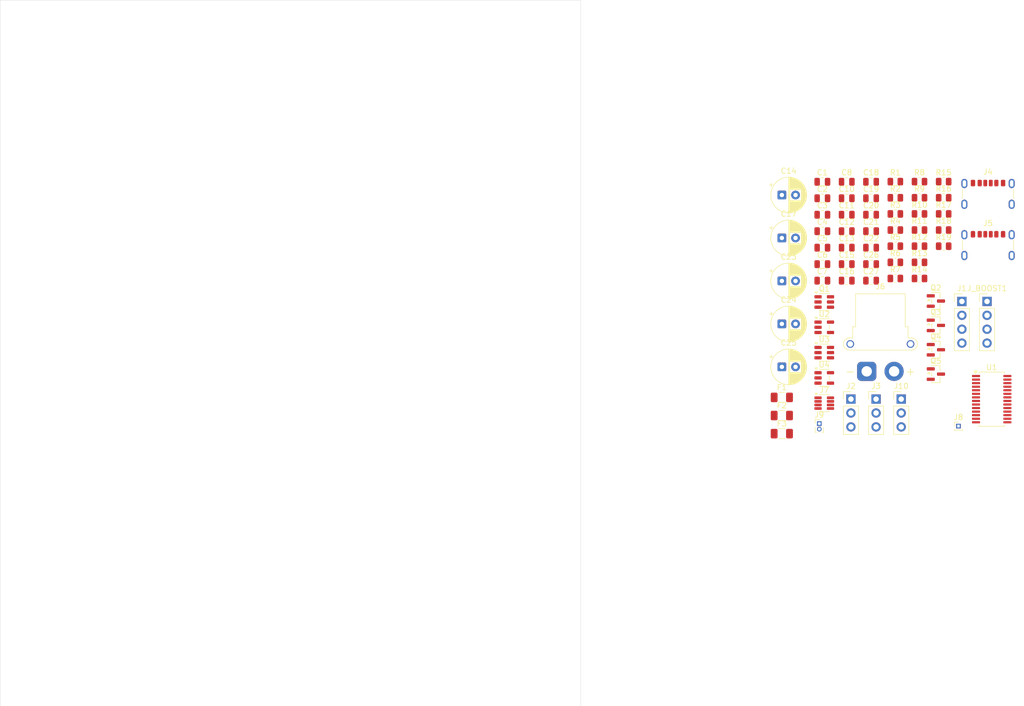
<source format=kicad_pcb>
(kicad_pcb (version 20241229) (generator "pcbnew") (generator_version "9.0")
  (layers (0 "F.Cu" signal) (2 "B.Cu" signal) (13 "F.Paste" user) (15 "B.Paste" user) (5 "F.SilkS" user "F.Silkscreen") (7 "B.SilkS" user "B.Silkscreen") (1 "F.Mask" user) (3 "B.Mask" user) (25 "Edge.Cuts" user))
  (net 0 "")
  (net 1 "Net-(U1-~{OE})")
  (net 2 "GND")
  (net 3 "/3V3")
  (net 4 "I2C_SCL")
  (net 5 "I2C_SDA")
  (net 6 "Net-(U2-PROG)")
  (net 7 "/5V_SRC")
  (net 8 "Net-(Q5-D)")
  (net 9 "/SYS_EN")
  (net 10 "/PWR_KILL")
  (net 11 "/PWR_INT")
  (net 12 "/5V_USB")
  (net 13 "/5V_BAT")
  (net 14 "Net-(Q4-G)")
  (net 15 "Net-(U3-CS)")
  (net 16 "Net-(Q1A-D)")
  (net 17 "/CELL+")
  (net 18 "Net-(U3-VCC)")
  (net 19 "Net-(J5-CC2)")
  (net 20 "Net-(J5-CC1)")
  (net 21 "Net-(J4-CC2)")
  (net 22 "Net-(J4-CC1)")
  (net 23 "Net-(J2-Pin_1)")
  (net 24 "Net-(U1-LED14)")
  (net 25 "Net-(U1-LED15)")
  (net 26 "Net-(J3-Pin_1)")
  (net 27 "Net-(J7-PDT)")
  (net 28 "Net-(J7-ONT)")
  (net 29 "Net-(J7-PB)")
  (net 30 "Net-(Q1B-G)")
  (net 31 "Net-(Q1A-G)")
  (net 32 "/CELL-")
  (net 34 "/CHG_VBUS")
  (net 37 "/5V_MAIN")
  (net 53 "/PWR_VBUS_RAW")
  (net 54 "/CHG_VBUS_RAW")
  (net 55 "/5V_PI")
  (footprint "Connector_USB:USB_C_Receptacle_GCT_USB4125-xx-x-0190_6P_TopMnt_Horizontal" (layer "F.Cu") (at 271.875736 77.358566)
    (property "Reference" "J5" (at 0 -5.1 0) (layer "F.SilkS"))
    (property "Value" "USB_C_CHG")
    (pad "A5" smd roundrect (at -0.5 -3.08) (size 0.7 1.2) (layers "F.Cu" "F.Mask" "F.Paste") (net 20 "Net-(J5-CC1)"))
    (pad "A9" smd roundrect (at 1.52 -3.08 180) (size 0.76 1.2) (layers "F.Cu" "F.Mask" "F.Paste") (net 54 "/CHG_VBUS_RAW"))
    (pad "A12" smd roundrect (at 2.75 -3.08 180) (size 0.8 1.2) (layers "F.Cu" "F.Mask" "F.Paste") (net 2 "GND"))
    (pad "B5" smd roundrect (at 0.5 -3.08 180) (size 0.7 1.2) (layers "F.Cu" "F.Mask" "F.Paste") (net 19 "Net-(J5-CC2)"))
    (pad "B9" smd roundrect (at -1.52 -3.08) (size 0.76 1.2) (layers "F.Cu" "F.Mask" "F.Paste") (net 54 "/CHG_VBUS_RAW"))
    (pad "B12" smd roundrect (at -2.75 -3.08) (size 0.8 1.2) (layers "F.Cu" "F.Mask" "F.Paste") (net 2 "GND"))
    (pad "S1" thru_hole oval (at -4.32 -3) (size 1.1 1.7) (drill oval 0.6 1.2) (property pad_prop_heatsink) (layers "*.Cu" "*.Mask" "F.Paste") (net 2 "GND"))
    (pad "S1" thru_hole oval (at -4.32 0.8) (size 1.1 1.7) (drill oval 0.6 1.2) (property pad_prop_heatsink) (layers "*.Cu" "*.Mask" "F.Paste") (net 2 "GND"))
    (pad "S1" thru_hole oval (at 4.32 -3) (size 1.1 1.7) (drill oval 0.6 1.2) (property pad_prop_heatsink) (layers "*.Cu" "*.Mask" "F.Paste") (net 2 "GND"))
    (pad "S1" thru_hole oval (at 4.32 0.8) (size 1.1 1.7) (drill oval 0.6 1.2) (property pad_prop_heatsink) (layers "*.Cu" "*.Mask" "F.Paste") (net 2 "GND"))
  )
  (footprint "Connector_PinHeader_2.54mm:PinHeader_1x03_P2.54mm_Vertical" (layer "F.Cu") (at 256.025736 104.398566)
    (property "Reference" "J10" (at 0 -2.38 0) (layer "F.SilkS"))
    (property "Value" "PI_PWR_CTRL")
    (pad "1" thru_hole rect (at 0 0) (size 1.7 1.7) (drill 1) (layers "*.Cu" "*.Mask") (net 11 "/PWR_INT"))
    (pad "2" thru_hole circle (at 0 2.54) (size 1.7 1.7) (drill 1) (layers "*.Cu" "*.Mask") (net 10 "/PWR_KILL"))
    (pad "3" thru_hole circle (at 0 5.08) (size 1.7 1.7) (drill 1) (layers "*.Cu" "*.Mask") (net 2 "GND"))
  )
  (footprint "Resistor_SMD:R_0805_2012Metric" (layer "F.Cu") (at 254.955736 64.658566)
    (property "Reference" "R1" (at 0 -1.65 0) (layer "F.SilkS"))
    (property "Value" "4.7k")
    (pad "1" smd roundrect (at -0.9125 0) (size 1.025 1.4) (layers "F.Cu" "F.Mask" "F.Paste") (roundrect_rratio 0.243902) (net 3 "/3V3"))
    (pad "2" smd roundrect (at 0.9125 0) (size 1.025 1.4) (layers "F.Cu" "F.Mask" "F.Paste") (roundrect_rratio 0.243902) (net 4 "I2C_SCL"))
  )
  (footprint "Fuse:Fuse_1206_3216Metric" (layer "F.Cu") (at 234.225736 110.708566)
    (property "Reference" "F3" (at 0 -1.83 0) (layer "F.SilkS"))
    (property "Value" "F_PWR")
    (pad "1" smd roundrect (at -1.4 0) (size 1.25 1.75) (layers "F.Cu" "F.Mask" "F.Paste") (roundrect_rratio 0.2) (net 37 "/5V_MAIN"))
    (pad "2" smd roundrect (at 1.4 0) (size 1.25 1.75) (layers "F.Cu" "F.Mask" "F.Paste") (roundrect_rratio 0.2) (net 55 "/5V_PI"))
  )
  (footprint "Resistor_SMD:R_0805_2012Metric" (layer "F.Cu") (at 254.955736 76.458566)
    (property "Reference" "R5" (at 0 -1.65 0) (layer "F.SilkS"))
    (property "Value" "220")
    (pad "1" smd roundrect (at -0.9125 0) (size 1.025 1.4) (layers "F.Cu" "F.Mask" "F.Paste") (roundrect_rratio 0.243902) (net 24 "Net-(U1-LED14)"))
    (pad "2" smd roundrect (at 0.9125 0) (size 1.025 1.4) (layers "F.Cu" "F.Mask" "F.Paste") (roundrect_rratio 0.243902) (net 23 "Net-(J2-Pin_1)"))
  )
  (footprint "Capacitor_SMD:C_0805_2012Metric" (layer "F.Cu") (at 246.075736 70.708566)
    (property "Reference" "C11" (at 0 -1.68 0) (layer "F.SilkS"))
    (property "Value" "22 uF")
    (pad "1" smd roundrect (at -0.95 0) (size 1 1.45) (layers "F.Cu" "F.Mask" "F.Paste") (net 2 "GND"))
    (pad "2" smd roundrect (at 0.95 0) (size 1 1.45) (layers "F.Cu" "F.Mask" "F.Paste") (net 17 "/CELL+"))
  )
  (footprint "Capacitor_SMD:C_0805_2012Metric" (layer "F.Cu") (at 241.625736 76.728566)
    (property "Reference" "C5" (at 0 -1.68 0) (layer "F.SilkS"))
    (property "Value" "22 uF")
    (pad "1" smd roundrect (at -0.95 0) (size 1 1.45) (layers "F.Cu" "F.Mask" "F.Paste") (net 34 "/CHG_VBUS"))
    (pad "2" smd roundrect (at 0.95 0) (size 1 1.45) (layers "F.Cu" "F.Mask" "F.Paste") (net 2 "GND"))
  )
  (footprint "Resistor_SMD:R_0805_2012Metric" (layer "F.Cu") (at 259.365736 82.358566)
    (property "Reference" "R14" (at 0 -1.65 0) (layer "F.SilkS"))
    (property "Value" "100k")
    (pad "1" smd roundrect (at -0.9125 0) (size 1.025 1.4) (layers "F.Cu" "F.Mask" "F.Paste") (roundrect_rratio 0.243902) (net 7 "/5V_SRC"))
    (pad "2" smd roundrect (at 0.9125 0) (size 1.025 1.4) (layers "F.Cu" "F.Mask" "F.Paste") (roundrect_rratio 0.243902) (net 12 "/5V_USB"))
  )
  (footprint "Connector_PinHeader_2.54mm:PinHeader_1x04_P2.54mm_Vertical" (layer "F.Cu") (at 271.695736 86.548566)
    (property "Reference" "J_BOOST1" (at 0 -2.38 0) (layer "F.SilkS"))
    (property "Value" "U3V70F5_MODULE")
    (pad "1" thru_hole rect (at 0 0) (size 1.7 1.7) (drill 1) (layers "*.Cu" "*.Mask") (net 17 "/CELL+"))
    (pad "2" thru_hole circle (at 0 2.54) (size 1.7 1.7) (drill 1) (layers "*.Cu" "*.Mask") (net 2 "GND"))
    (pad "3" thru_hole circle (at 0 5.08) (size 1.7 1.7) (drill 1) (layers "*.Cu" "*.Mask") (net 13 "/5V_BAT"))
    (pad "4" thru_hole circle (at 0 7.62) (size 1.7 1.7) (drill 1) (layers "*.Cu" "*.Mask") (net 9 "/SYS_EN"))
  )
  (footprint "Package_TO_SOT_SMD:SOT-23-6" (layer "F.Cu") (at 241.975736 95.903566)
    (property "Reference" "U3" (at 0 -2.4 0) (layer "F.SilkS"))
    (property "Value" "DW01A")
    (pad "1" smd roundrect (at -1.1375 -0.95) (size 1.325 0.6) (layers "F.Cu" "F.Mask" "F.Paste") (net 31 "Net-(Q1A-G)"))
    (pad "2" smd roundrect (at -1.1375 0) (size 1.325 0.6) (layers "F.Cu" "F.Mask" "F.Paste") (net 15 "Net-(U3-CS)"))
    (pad "3" smd roundrect (at -1.1375 0.95) (size 1.325 0.6) (layers "F.Cu" "F.Mask" "F.Paste") (net 30 "Net-(Q1B-G)"))
    (pad "4" smd roundrect (at 1.1375 0.95) (size 1.325 0.6) (layers "F.Cu" "F.Mask" "F.Paste"))
    (pad "5" smd roundrect (at 1.1375 0) (size 1.325 0.6) (layers "F.Cu" "F.Mask" "F.Paste") (net 18 "Net-(U3-VCC)"))
    (pad "6" smd roundrect (at 1.1375 -0.95) (size 1.325 0.6) (layers "F.Cu" "F.Mask" "F.Paste") (net 32 "/CELL-"))
  )
  (footprint "Package_TO_SOT_SMD:SOT-23-5" (layer "F.Cu") (at 241.975736 100.528566)
    (property "Reference" "U4" (at 0 -2.4 0) (layer "F.SilkS"))
    (property "Value" "AP2112K-3.3")
    (pad "1" smd roundrect (at -1.1375 -0.95) (size 1.325 0.6) (layers "F.Cu" "F.Mask" "F.Paste") (net 37 "/5V_MAIN"))
    (pad "2" smd roundrect (at -1.1375 0) (size 1.325 0.6) (layers "F.Cu" "F.Mask" "F.Paste") (net 2 "GND"))
    (pad "3" smd roundrect (at -1.1375 0.95) (size 1.325 0.6) (layers "F.Cu" "F.Mask" "F.Paste") (net 37 "/5V_MAIN"))
    (pad "4" smd roundrect (at 1.1375 0.95) (size 1.325 0.6) (layers "F.Cu" "F.Mask" "F.Paste"))
    (pad "5" smd roundrect (at 1.1375 -0.95) (size 1.325 0.6) (layers "F.Cu" "F.Mask" "F.Paste") (net 3 "/3V3"))
  )
  (footprint "Capacitor_THT:CP_Radial_D6.3mm_P2.50mm" (layer "F.Cu") (at 234.230977 74.958566)
    (property "Reference" "C17" (at 1.25 -4.4 0) (layer "F.SilkS"))
    (property "Value" "470 uF")
    (pad "1" thru_hole roundrect (at 0 0) (size 1.6 1.6) (drill 0.8) (layers "*.Cu" "*.Mask") (roundrect_rratio 0.15625) (net 7 "/5V_SRC"))
    (pad "2" thru_hole circle (at 2.5 0) (size 1.6 1.6) (drill 0.8) (layers "*.Cu" "*.Mask") (net 2 "GND"))
  )
  (footprint "Resistor_SMD:R_0805_2012Metric" (layer "F.Cu") (at 254.955736 82.358566)
    (property "Reference" "R7" (at 0 -1.65 0) (layer "F.SilkS"))
    (property "Value" "5.1k")
    (pad "1" smd roundrect (at -0.9125 0) (size 1.025 1.4) (layers "F.Cu" "F.Mask" "F.Paste") (roundrect_rratio 0.243902) (net 21 "Net-(J4-CC2)"))
    (pad "2" smd roundrect (at 0.9125 0) (size 1.025 1.4) (layers "F.Cu" "F.Mask" "F.Paste") (roundrect_rratio 0.243902) (net 2 "GND"))
  )
  (footprint "Capacitor_SMD:C_0805_2012Metric" (layer "F.Cu") (at 250.525736 82.748566)
    (property "Reference" "C27" (at 0 -1.68 0) (layer "F.SilkS"))
    (property "Value" "10 uF")
    (pad "1" smd roundrect (at -0.95 0) (size 1 1.45) (layers "F.Cu" "F.Mask" "F.Paste") (net 3 "/3V3"))
    (pad "2" smd roundrect (at 0.95 0) (size 1 1.45) (layers "F.Cu" "F.Mask" "F.Paste") (net 2 "GND"))
  )
  (footprint "Capacitor_SMD:C_0805_2012Metric" (layer "F.Cu") (at 250.525736 73.718566)
    (property "Reference" "C21" (at 0 -1.68 0) (layer "F.SilkS"))
    (property "Value" "0.1 uF")
    (pad "1" smd roundrect (at -0.95 0) (size 1 1.45) (layers "F.Cu" "F.Mask" "F.Paste") (net 37 "/5V_MAIN"))
    (pad "2" smd roundrect (at 0.95 0) (size 1 1.45) (layers "F.Cu" "F.Mask" "F.Paste") (net 2 "GND"))
  )
  (footprint "Capacitor_SMD:C_0805_2012Metric" (layer "F.Cu") (at 241.625736 64.688566)
    (property "Reference" "C1" (at 0 -1.68 0) (layer "F.SilkS"))
    (property "Value" "0.1 uF")
    (pad "1" smd roundrect (at -0.95 0) (size 1 1.45) (layers "F.Cu" "F.Mask" "F.Paste") (net 2 "GND"))
    (pad "2" smd roundrect (at 0.95 0) (size 1 1.45) (layers "F.Cu" "F.Mask" "F.Paste") (net 3 "/3V3"))
  )
  (footprint "Resistor_SMD:R_0805_2012Metric" (layer "F.Cu") (at 254.955736 67.608566)
    (property "Reference" "R2" (at 0 -1.65 0) (layer "F.SilkS"))
    (property "Value" "4.7k")
    (pad "1" smd roundrect (at -0.9125 0) (size 1.025 1.4) (layers "F.Cu" "F.Mask" "F.Paste") (roundrect_rratio 0.243902) (net 3 "/3V3"))
    (pad "2" smd roundrect (at 0.9125 0) (size 1.025 1.4) (layers "F.Cu" "F.Mask" "F.Paste") (roundrect_rratio 0.243902) (net 5 "I2C_SDA"))
  )
  (footprint "Package_SO:TSSOP-28_4.4x9.7mm_P0.65mm" (layer "F.Cu") (at 272.548236 104.408566)
    (property "Reference" "U1" (at 0 -5.8 0) (layer "F.SilkS"))
    (property "Value" "PCA9685PW")
    (pad "1" smd roundrect (at -2.8625 -4.225) (size 1.475 0.4) (layers "F.Cu" "F.Mask" "F.Paste") (net 2 "GND"))
    (pad "2" smd roundrect (at -2.8625 -3.575) (size 1.475 0.4) (layers "F.Cu" "F.Mask" "F.Paste") (net 2 "GND"))
    (pad "3" smd roundrect (at -2.8625 -2.925) (size 1.475 0.4) (layers "F.Cu" "F.Mask" "F.Paste") (net 2 "GND"))
    (pad "4" smd roundrect (at -2.8625 -2.275) (size 1.475 0.4) (layers "F.Cu" "F.Mask" "F.Paste") (net 2 "GND"))
    (pad "5" smd roundrect (at -2.8625 -1.625) (size 1.475 0.4) (layers "F.Cu" "F.Mask" "F.Paste") (net 2 "GND"))
    (pad "6" smd roundrect (at -2.8625 -0.975) (size 1.475 0.4) (layers "F.Cu" "F.Mask" "F.Paste"))
    (pad "7" smd roundrect (at -2.8625 -0.325) (size 1.475 0.4) (layers "F.Cu" "F.Mask" "F.Paste"))
    (pad "8" smd roundrect (at -2.8625 0.325) (size 1.475 0.4) (layers "F.Cu" "F.Mask" "F.Paste"))
    (pad "9" smd roundrect (at -2.8625 0.975) (size 1.475 0.4) (layers "F.Cu" "F.Mask" "F.Paste"))
    (pad "10" smd roundrect (at -2.8625 1.625) (size 1.475 0.4) (layers "F.Cu" "F.Mask" "F.Paste"))
    (pad "11" smd roundrect (at -2.8625 2.275) (size 1.475 0.4) (layers "F.Cu" "F.Mask" "F.Paste"))
    (pad "12" smd roundrect (at -2.8625 2.925) (size 1.475 0.4) (layers "F.Cu" "F.Mask" "F.Paste"))
    (pad "13" smd roundrect (at -2.8625 3.575) (size 1.475 0.4) (layers "F.Cu" "F.Mask" "F.Paste"))
    (pad "14" smd roundrect (at -2.8625 4.225) (size 1.475 0.4) (layers "F.Cu" "F.Mask" "F.Paste") (net 2 "GND"))
    (pad "15" smd roundrect (at 2.8625 4.225) (size 1.475 0.4) (layers "F.Cu" "F.Mask" "F.Paste"))
    (pad "16" smd roundrect (at 2.8625 3.575) (size 1.475 0.4) (layers "F.Cu" "F.Mask" "F.Paste"))
    (pad "17" smd roundrect (at 2.8625 2.925) (size 1.475 0.4) (layers "F.Cu" "F.Mask" "F.Paste"))
    (pad "18" smd roundrect (at 2.8625 2.275) (size 1.475 0.4) (layers "F.Cu" "F.Mask" "F.Paste"))
    (pad "19" smd roundrect (at 2.8625 1.625) (size 1.475 0.4) (layers "F.Cu" "F.Mask" "F.Paste"))
    (pad "20" smd roundrect (at 2.8625 0.975) (size 1.475 0.4) (layers "F.Cu" "F.Mask" "F.Paste"))
    (pad "21" smd roundrect (at 2.8625 0.325) (size 1.475 0.4) (layers "F.Cu" "F.Mask" "F.Paste") (net 24 "Net-(U1-LED14)"))
    (pad "22" smd roundrect (at 2.8625 -0.325) (size 1.475 0.4) (layers "F.Cu" "F.Mask" "F.Paste") (net 25 "Net-(U1-LED15)"))
    (pad "23" smd roundrect (at 2.8625 -0.975) (size 1.475 0.4) (layers "F.Cu" "F.Mask" "F.Paste") (net 1 "Net-(U1-~{OE})"))
    (pad "24" smd roundrect (at 2.8625 -1.625) (size 1.475 0.4) (layers "F.Cu" "F.Mask" "F.Paste") (net 2 "GND"))
    (pad "25" smd roundrect (at 2.8625 -2.275) (size 1.475 0.4) (layers "F.Cu" "F.Mask" "F.Paste"))
    (pad "26" smd roundrect (at 2.8625 -2.925) (size 1.475 0.4) (layers "F.Cu" "F.Mask" "F.Paste") (net 4 "I2C_SCL"))
    (pad "27" smd roundrect (at 2.8625 -3.575) (size 1.475 0.4) (layers "F.Cu" "F.Mask" "F.Paste") (net 5 "I2C_SDA"))
    (pad "28" smd roundrect (at 2.8625 -4.225) (size 1.475 0.4) (layers "F.Cu" "F.Mask" "F.Paste") (net 3 "/3V3"))
  )
  (footprint "Resistor_SMD:R_0805_2012Metric" (layer "F.Cu") (at 263.775736 64.658566)
    (property "Reference" "R15" (at 0 -1.65 0) (layer "F.SilkS"))
    (property "Value" "10k")
    (pad "1" smd roundrect (at -0.9125 0) (size 1.025 1.4) (layers "F.Cu" "F.Mask" "F.Paste") (roundrect_rratio 0.243902) (net 11 "/PWR_INT"))
    (pad "2" smd roundrect (at 0.9125 0) (size 1.025 1.4) (layers "F.Cu" "F.Mask" "F.Paste") (roundrect_rratio 0.243902) (net 3 "/3V3"))
  )
  (footprint "Connector_PinHeader_1.00mm:PinHeader_1x02_P1.00mm_Vertical" (layer "F.Cu") (at 241.065736 108.878566)
    (property "Reference" "J9" (at 0 -1.61 0) (layer "F.SilkS"))
    (property "Value" "J_PI_POWER")
    (pad "1" thru_hole rect (at 0 0) (size 0.85 0.85) (drill 0.5) (layers "*.Cu" "*.Mask") (net 55 "/5V_PI"))
    (pad "2" thru_hole circle (at 0 1) (size 0.85 0.85) (drill 0.5) (layers "*.Cu" "*.Mask") (net 2 "GND"))
  )
  (footprint "Capacitor_SMD:C_0805_2012Metric" (layer "F.Cu") (at 250.525736 70.708566)
    (property "Reference" "C20" (at 0 -1.68 0) (layer "F.SilkS"))
    (property "Value" "1 uF")
    (pad "1" smd roundrect (at -0.95 0) (size 1 1.45) (layers "F.Cu" "F.Mask" "F.Paste") (net 27 "Net-(J7-PDT)"))
    (pad "2" smd roundrect (at 0.95 0) (size 1 1.45) (layers "F.Cu" "F.Mask" "F.Paste") (net 2 "GND"))
  )
  (footprint "Resistor_SMD:R_0805_2012Metric" (layer "F.Cu") (at 263.775736 70.558566)
    (property "Reference" "R17" (at 0 -1.65 0) (layer "F.SilkS"))
    (property "Value" "100k")
    (pad "1" smd roundrect (at -0.9125 0) (size 1.025 1.4) (layers "F.Cu" "F.Mask" "F.Paste") (roundrect_rratio 0.243902) (net 9 "/SYS_EN"))
    (pad "2" smd roundrect (at 0.9125 0) (size 1.025 1.4) (layers "F.Cu" "F.Mask" "F.Paste") (roundrect_rratio 0.243902) (net 7 "/5V_SRC"))
  )
  (footprint "Package_TO_SOT_SMD:SOT-23" (layer "F.Cu") (at 262.355736 95.378566)
    (property "Reference" "Q4" (at 0 -2.4 0) (layer "F.SilkS"))
    (property "Value" "Q_MAIN")
    (pad "1" smd roundrect (at -0.9375 -0.95) (size 1.475 0.6) (layers "F.Cu" "F.Mask" "F.Paste") (net 14 "Net-(Q4-G)"))
    (pad "2" smd roundrect (at -0.9375 0.95) (size 1.475 0.6) (layers "F.Cu" "F.Mask" "F.Paste") (net 37 "/5V_MAIN"))
    (pad "3" smd roundrect (at 0.9375 0) (size 1.475 0.6) (layers "F.Cu" "F.Mask" "F.Paste") (net 7 "/5V_SRC"))
  )
  (footprint "Package_TO_SOT_SMD:SOT-23" (layer "F.Cu") (at 262.355736 90.928566)
    (property "Reference" "Q3" (at 0 -2.4 0) (layer "F.SilkS"))
    (property "Value" "Q_BAT_OR")
    (pad "1" smd roundrect (at -0.9375 -0.95) (size 1.475 0.6) (layers "F.Cu" "F.Mask" "F.Paste"))
    (pad "2" smd roundrect (at -0.9375 0.95) (size 1.475 0.6) (layers "F.Cu" "F.Mask" "F.Paste"))
    (pad "3" smd roundrect (at 0.9375 0) (size 1.475 0.6) (layers "F.Cu" "F.Mask" "F.Paste"))
  )
  (footprint "Fuse:Fuse_1206_3216Metric" (layer "F.Cu") (at 234.225736 107.398566)
    (property "Reference" "F2" (at 0 -1.83 0) (layer "F.SilkS"))
    (property "Value" "F_PWR")
    (pad "1" smd roundrect (at -1.4 0) (size 1.25 1.75) (layers "F.Cu" "F.Mask" "F.Paste") (roundrect_rratio 0.2) (net 54 "/CHG_VBUS_RAW"))
    (pad "2" smd roundrect (at 1.4 0) (size 1.25 1.75) (layers "F.Cu" "F.Mask" "F.Paste") (roundrect_rratio 0.2) (net 34 "/CHG_VBUS"))
  )
  (footprint "Package_TO_SOT_SMD:SOT-23-5" (layer "F.Cu") (at 241.975736 91.278566)
    (property "Reference" "U2" (at 0 -2.4 0) (layer "F.SilkS"))
    (property "Value" "MCP73831-2-OT")
    (pad "1" smd roundrect (at -1.1375 -0.95) (size 1.325 0.6) (layers "F.Cu" "F.Mask" "F.Paste"))
    (pad "2" smd roundrect (at -1.1375 0) (size 1.325 0.6) (layers "F.Cu" "F.Mask" "F.Paste") (net 2 "GND"))
    (pad "3" smd roundrect (at -1.1375 0.95) (size 1.325 0.6) (layers "F.Cu" "F.Mask" "F.Paste") (net 17 "/CELL+"))
    (pad "4" smd roundrect (at 1.1375 0.95) (size 1.325 0.6) (layers "F.Cu" "F.Mask" "F.Paste") (net 34 "/CHG_VBUS"))
    (pad "5" smd roundrect (at 1.1375 -0.95) (size 1.325 0.6) (layers "F.Cu" "F.Mask" "F.Paste") (net 6 "Net-(U2-PROG)"))
  )
  (footprint "Capacitor_THT:CP_Radial_D6.3mm_P2.50mm" (layer "F.Cu") (at 234.230977 82.808566)
    (property "Reference" "C23" (at 1.25 -4.4 0) (layer "F.SilkS"))
    (property "Value" "470 uF")
    (pad "1" thru_hole roundrect (at 0 0) (size 1.6 1.6) (drill 0.8) (layers "*.Cu" "*.Mask") (roundrect_rratio 0.15625) (net 37 "/5V_MAIN"))
    (pad "2" thru_hole circle (at 2.5 0) (size 1.6 1.6) (drill 0.8) (layers "*.Cu" "*.Mask") (net 2 "GND"))
  )
  (footprint "Resistor_SMD:R_0805_2012Metric" (layer "F.Cu") (at 259.365736 67.608566)
    (property "Reference" "R9" (at 0 -1.65 0) (layer "F.SilkS"))
    (property "Value" "5.1k")
    (pad "1" smd roundrect (at -0.9125 0) (size 1.025 1.4) (layers "F.Cu" "F.Mask" "F.Paste") (roundrect_rratio 0.243902) (net 19 "Net-(J5-CC2)"))
    (pad "2" smd roundrect (at 0.9125 0) (size 1.025 1.4) (layers "F.Cu" "F.Mask" "F.Paste") (roundrect_rratio 0.243902) (net 2 "GND"))
  )
  (footprint "Capacitor_THT:CP_Radial_D6.3mm_P2.50mm" (layer "F.Cu") (at 234.230977 98.508566)
    (property "Reference" "C25" (at 1.25 -4.4 0) (layer "F.SilkS"))
    (property "Value" "470 uF")
    (pad "1" thru_hole roundrect (at 0 0) (size 1.6 1.6) (drill 0.8) (layers "*.Cu" "*.Mask") (roundrect_rratio 0.15625) (net 37 "/5V_MAIN"))
    (pad "2" thru_hole circle (at 2.5 0) (size 1.6 1.6) (drill 0.8) (layers "*.Cu" "*.Mask") (net 2 "GND"))
  )
  (footprint "Package_TO_SOT_SMD:SOT-23" (layer "F.Cu") (at 262.355736 86.478566)
    (property "Reference" "Q2" (at 0 -2.4 0) (layer "F.SilkS"))
    (property "Value" "Q_USB_OR")
    (pad "1" smd roundrect (at -0.9375 -0.95) (size 1.475 0.6) (layers "F.Cu" "F.Mask" "F.Paste") (net 7 "/5V_SRC"))
    (pad "2" smd roundrect (at -0.9375 0.95) (size 1.475 0.6) (layers "F.Cu" "F.Mask" "F.Paste") (net 7 "/5V_SRC"))
    (pad "3" smd roundrect (at 0.9375 0) (size 1.475 0.6) (layers "F.Cu" "F.Mask" "F.Paste") (net 12 "/5V_USB"))
  )
  (footprint "Capacitor_THT:CP_Radial_D6.3mm_P2.50mm" (layer "F.Cu") (at 234.230977 67.108566)
    (property "Reference" "C14" (at 1.25 -4.4 0) (layer "F.SilkS"))
    (property "Value" "470 uF")
    (pad "1" thru_hole roundrect (at 0 0) (size 1.6 1.6) (drill 0.8) (layers "*.Cu" "*.Mask") (roundrect_rratio 0.15625) (net 13 "/5V_BAT"))
    (pad "2" thru_hole circle (at 2.5 0) (size 1.6 1.6) (drill 0.8) (layers "*.Cu" "*.Mask") (net 2 "GND"))
  )
  (footprint "Package_TO_SOT_SMD:SOT-23-8" (layer "F.Cu") (at 241.975736 105.133566)
    (property "Reference" "J7" (at 0 -2.4 0) (layer "F.SilkS"))
    (property "Value" "LTC2954")
    (pad "1" smd roundrect (at -1.1375 -0.975) (size 1.325 0.5) (layers "F.Cu" "F.Mask" "F.Paste") (net 7 "/5V_SRC"))
    (pad "2" smd roundrect (at -1.1375 -0.325) (size 1.325 0.5) (layers "F.Cu" "F.Mask" "F.Paste") (net 29 "Net-(J7-PB)"))
    (pad "3" smd roundrect (at -1.1375 0.325) (size 1.325 0.5) (layers "F.Cu" "F.Mask" "F.Paste") (net 28 "Net-(J7-ONT)"))
    (pad "4" smd roundrect (at -1.1375 0.975) (size 1.325 0.5) (layers "F.Cu" "F.Mask" "F.Paste") (net 2 "GND"))
    (pad "5" smd roundrect (at 1.1375 0.975) (size 1.325 0.5) (layers "F.Cu" "F.Mask" "F.Paste") (net 11 "/PWR_INT"))
    (pad "6" smd roundrect (at 1.1375 0.325) (size 1.325 0.5) (layers "F.Cu" "F.Mask" "F.Paste") (net 9 "/SYS_EN"))
    (pad "7" smd roundrect (at 1.1375 -0.325) (size 1.325 0.5) (layers "F.Cu" "F.Mask" "F.Paste") (net 27 "Net-(J7-PDT)"))
    (pad "8" smd roundrect (at 1.1375 -0.975) (size 1.325 0.5) (layers "F.Cu" "F.Mask" "F.Paste") (net 10 "/PWR_KILL"))
  )
  (footprint "Resistor_SMD:R_0805_2012Metric" (layer "F.Cu") (at 254.955736 73.508566)
    (property "Reference" "R4" (at 0 -1.65 0) (layer "F.SilkS"))
    (property "Value" "220")
    (pad "1" smd roundrect (at -0.9125 0) (size 1.025 1.4) (layers "F.Cu" "F.Mask" "F.Paste") (roundrect_rratio 0.243902) (net 25 "Net-(U1-LED15)"))
    (pad "2" smd roundrect (at 0.9125 0) (size 1.025 1.4) (layers "F.Cu" "F.Mask" "F.Paste") (roundrect_rratio 0.243902) (net 26 "Net-(J3-Pin_1)"))
  )
  (footprint "Capacitor_SMD:C_0805_2012Metric" (layer "F.Cu") (at 246.075736 73.718566)
    (property "Reference" "C12" (at 0 -1.68 0) (layer "F.SilkS"))
    (property "Value" "47 uF")
    (pad "1" smd roundrect (at -0.95 0) (size 1 1.45) (layers "F.Cu" "F.Mask" "F.Paste") (net 13 "/5V_BAT"))
    (pad "2" smd roundrect (at 0.95 0) (size 1 1.45) (layers "F.Cu" "F.Mask" "F.Paste") (net 2 "GND"))
  )
  (footprint "Capacitor_SMD:C_0805_2012Metric" (layer "F.Cu") (at 250.525736 76.728566)
    (property "Reference" "C22" (at 0 -1.68 0) (layer "F.SilkS"))
    (property "Value" "47 uF")
    (pad "1" smd roundrect (at -0.95 0) (size 1 1.45) (layers "F.Cu" "F.Mask" "F.Paste") (net 37 "/5V_MAIN"))
    (pad "2" smd roundrect (at 0.95 0) (size 1 1.45) (layers "F.Cu" "F.Mask" "F.Paste") (net 2 "GND"))
  )
  (footprint "Capacitor_SMD:C_0805_2012Metric" (layer "F.Cu") (at 250.525736 64.688566)
    (property "Reference" "C18" (at 0 -1.68 0) (layer "F.SilkS"))
    (property "Value" "0.1 uF")
    (pad "1" smd roundrect (at -0.95 0) (size 1 1.45) (layers "F.Cu" "F.Mask" "F.Paste") (net 7 "/5V_SRC"))
    (pad "2" smd roundrect (at 0.95 0) (size 1 1.45) (layers "F.Cu" "F.Mask" "F.Paste") (net 2 "GND"))
  )
  (footprint "Capacitor_SMD:C_0805_2012Metric" (layer "F.Cu") (at 241.625736 73.718566)
    (property "Reference" "C4" (at 0 -1.68 0) (layer "F.SilkS"))
    (property "Value" "0.1 uF")
    (pad "1" smd roundrect (at -0.95 0) (size 1 1.45) (layers "F.Cu" "F.Mask" "F.Paste") (net 12 "/5V_USB"))
    (pad "2" smd roundrect (at 0.95 0) (size 1 1.45) (layers "F.Cu" "F.Mask" "F.Paste") (net 2 "GND"))
  )
  (footprint "Capacitor_SMD:C_0805_2012Metric" (layer "F.Cu") (at 250.525736 67.698566)
    (property "Reference" "C19" (at 0 -1.68 0) (layer "F.SilkS"))
    (property "Value" "0.33 uF")
    (pad "1" smd roundrect (at -0.95 0) (size 1 1.45) (layers "F.Cu" "F.Mask" "F.Paste") (net 28 "Net-(J7-ONT)"))
    (pad "2" smd roundrect (at 0.95 0) (size 1 1.45) (layers "F.Cu" "F.Mask" "F.Paste") (net 2 "GND"))
  )
  (footprint "Capacitor_SMD:C_0805_2012Metric" (layer "F.Cu") (at 246.075736 82.748566)
    (property "Reference" "C16" (at 0 -1.68 0) (layer "F.SilkS"))
    (property "Value" "47 uF")
    (pad "1" smd roundrect (at -0.95 0) (size 1 1.45) (layers "F.Cu" "F.Mask" "F.Paste") (net 7 "/5V_SRC"))
    (pad "2" smd roundrect (at 0.95 0) (size 1 1.45) (layers "F.Cu" "F.Mask" "F.Paste") (net 2 "GND"))
  )
  (footprint "Capacitor_SMD:C_0805_2012Metric" (layer "F.Cu") (at 241.625736 82.748566)
    (property "Reference" "C7" (at 0 -1.68 0) (layer "F.SilkS"))
    (property "Value" "10 uF")
    (pad "1" smd roundrect (at -0.95 0) (size 1 1.45) (layers "F.Cu" "F.Mask" "F.Paste") (net 17 "/CELL+"))
    (pad "2" smd roundrect (at 0.95 0) (size 1 1.45) (layers "F.Cu" "F.Mask" "F.Paste") (net 32 "/CELL-"))
  )
  (footprint "Connector_AMASS:AMASS_XT30PW-F_1x02_P2.50mm_Horizontal" (layer "F.Cu") (at 249.725736 99.328566)
    (property "Reference" "J6" (at 2.5 -15.5 0) (layer "F.SilkS"))
    (property "Value" "XT30_BAT")
    (fp_text user "+" (at 8 0 0) (layer "F.SilkS") (effects (font (size 1.5 1.5))))
    (fp_text user "-" (at -3 0 0) (layer "F.SilkS") (effects (font (size 1.5 1.5))))
    (pad "" thru_hole circle (at -3 -5 90) (size 1.4 1.4) (drill 1) (layers "*.Cu" "*.Mask"))
    (pad "" thru_hole circle (at 8 -5) (size 1.4 1.4) (drill 1) (layers "*.Cu" "*.Mask"))
    (pad "1" thru_hole roundrect (at 0 0) (size 3.5 3.5) (drill 1.9) (layers "*.Cu" "*.Mask") (roundrect_rratio 0.22) (net 17 "/CELL+"))
    (pad "2" thru_hole circle (at 5 0) (size 3.5 3.5) (drill 1.9) (layers "*.Cu" "*.Mask") (net 32 "/CELL-"))
  )
  (footprint "Resistor_SMD:R_0805_2012Metric" (layer "F.Cu") (at 259.365736 79.408566)
    (property "Reference" "R13" (at 0 -1.65 0) (layer "F.SilkS"))
    (property "Value" "100k")
    (pad "1" smd roundrect (at -0.9125 0) (size 1.025 1.4) (layers "F.Cu" "F.Mask" "F.Paste") (roundrect_rratio 0.243902) (net 7 "/5V_SRC"))
    (pad "2" smd roundrect (at 0.9125 0) (size 1.025 1.4) (layers "F.Cu" "F.Mask" "F.Paste") (roundrect_rratio 0.243902) (net 13 "/5V_BAT"))
  )
  (footprint "Resistor_SMD:R_0805_2012Metric" (layer "F.Cu") (at 259.365736 64.658566)
    (property "Reference" "R8" (at 0 -1.65 0) (layer "F.SilkS"))
    (property "Value" "5.1k")
    (pad "1" smd roundrect (at -0.9125 0) (size 1.025 1.4) (layers "F.Cu" "F.Mask" "F.Paste") (roundrect_rratio 0.243902) (net 20 "Net-(J5-CC1)"))
    (pad "2" smd roundrect (at 0.9125 0) (size 1.025 1.4) (layers "F.Cu" "F.Mask" "F.Paste") (roundrect_rratio 0.243902) (net 2 "GND"))
  )
  (footprint "Capacitor_SMD:C_0805_2012Metric" (layer "F.Cu") (at 246.075736 64.688566)
    (property "Reference" "C8" (at 0 -1.68 0) (layer "F.SilkS"))
    (property "Value" "0.1 uF")
    (pad "1" smd roundrect (at -0.95 0) (size 1 1.45) (layers "F.Cu" "F.Mask" "F.Paste") (net 32 "/CELL-"))
    (pad "2" smd roundrect (at 0.95 0) (size 1 1.45) (layers "F.Cu" "F.Mask" "F.Paste") (net 18 "Net-(U3-VCC)"))
  )
  (footprint "Capacitor_SMD:C_0805_2012Metric" (layer "F.Cu") (at 246.075736 76.728566)
    (property "Reference" "C13" (at 0 -1.68 0) (layer "F.SilkS"))
    (property "Value" "0.1 uF")
    (pad "1" smd roundrect (at -0.95 0) (size 1 1.45) (layers "F.Cu" "F.Mask" "F.Paste") (net 13 "/5V_BAT"))
    (pad "2" smd roundrect (at 0.95 0) (size 1 1.45) (layers "F.Cu" "F.Mask" "F.Paste") (net 2 "GND"))
  )
  (footprint "Resistor_SMD:R_0805_2012Metric" (layer "F.Cu") (at 259.365736 70.558566)
    (property "Reference" "R10" (at 0 -1.65 0) (layer "F.SilkS"))
    (property "Value" "100")
    (pad "1" smd roundrect (at -0.9125 0) (size 1.025 1.4) (layers "F.Cu" "F.Mask" "F.Paste") (roundrect_rratio 0.243902) (net 17 "/CELL+"))
    (pad "2" smd roundrect (at 0.9125 0) (size 1.025 1.4) (layers "F.Cu" "F.Mask" "F.Paste") (roundrect_rratio 0.243902) (net 18 "Net-(U3-VCC)"))
  )
  (footprint "Resistor_SMD:R_0805_2012Metric" (layer "F.Cu") (at 263.775736 76.458566)
    (property "Reference" "R19" (at 0 -1.65 0) (layer "F.SilkS"))
    (property "Value" "10k")
    (pad "1" smd roundrect (at -0.9125 0) (size 1.025 1.4) (layers "F.Cu" "F.Mask" "F.Paste") (roundrect_rratio 0.243902) (net 2 "GND"))
    (pad "2" smd roundrect (at 0.9125 0) (size 1.025 1.4) (layers "F.Cu" "F.Mask" "F.Paste") (roundrect_rratio 0.243902) (net 6 "Net-(U2-PROG)"))
  )
  (footprint "Resistor_SMD:R_0805_2012Metric" (layer "F.Cu") (at 254.955736 79.408566)
    (property "Reference" "R6" (at 0 -1.65 0) (layer "F.SilkS"))
    (property "Value" "5.1k")
    (pad "1" smd roundrect (at -0.9125 0) (size 1.025 1.4) (layers "F.Cu" "F.Mask" "F.Paste") (roundrect_rratio 0.243902) (net 22 "Net-(J4-CC1)"))
    (pad "2" smd roundrect (at 0.9125 0) (size 1.025 1.4) (layers "F.Cu" "F.Mask" "F.Paste") (roundrect_rratio 0.243902) (net 2 "GND"))
  )
  (footprint "Resistor_SMD:R_0805_2012Metric" (layer "F.Cu") (at 259.365736 76.458566)
    (property "Reference" "R12" (at 0 -1.65 0) (layer "F.SilkS"))
    (property "Value" "100k")
    (pad "1" smd roundrect (at -0.9125 0) (size 1.025 1.4) (layers "F.Cu" "F.Mask" "F.Paste") (roundrect_rratio 0.243902) (net 7 "/5V_SRC"))
    (pad "2" smd roundrect (at 0.9125 0) (size 1.025 1.4) (layers "F.Cu" "F.Mask" "F.Paste") (roundrect_rratio 0.243902) (net 14 "Net-(Q4-G)"))
  )
  (footprint "Fuse:Fuse_1206_3216Metric" (layer "F.Cu") (at 234.225736 104.088566)
    (property "Reference" "F1" (at 0 -1.83 0) (layer "F.SilkS"))
    (property "Value" "F_PWR")
    (pad "1" smd roundrect (at -1.4 0) (size 1.25 1.75) (layers "F.Cu" "F.Mask" "F.Paste") (roundrect_rratio 0.2) (net 53 "/PWR_VBUS_RAW"))
    (pad "2" smd roundrect (at 1.4 0) (size 1.25 1.75) (layers "F.Cu" "F.Mask" "F.Paste") (roundrect_rratio 0.2) (net 12 "/5V_USB"))
  )
  (footprint "Package_TO_SOT_SMD:SOT-23-6" (layer "F.Cu") (at 241.975736 86.653566)
    (property "Reference" "Q1" (at 0 -2.4 0) (layer "F.SilkS"))
    (property "Value" "Dual_NMOS_1")
    (pad "1" smd roundrect (at -1.1375 -0.95) (size 1.325 0.6) (layers "F.Cu" "F.Mask" "F.Paste") (net 32 "/CELL-"))
    (pad "2" smd roundrect (at -1.1375 0) (size 1.325 0.6) (layers "F.Cu" "F.Mask" "F.Paste") (net 31 "Net-(Q1A-G)"))
    (pad "3" smd roundrect (at -1.1375 0.95) (size 1.325 0.6) (layers "F.Cu" "F.Mask" "F.Paste") (net 16 "Net-(Q1A-D)"))
    (pad "4" smd roundrect (at 1.1375 0.95) (size 1.325 0.6) (layers "F.Cu" "F.Mask" "F.Paste") (net 2 "GND"))
    (pad "5" smd roundrect (at 1.1375 0) (size 1.325 0.6) (layers "F.Cu" "F.Mask" "F.Paste") (net 30 "Net-(Q1B-G)"))
    (pad "6" smd roundrect (at 1.1375 -0.95) (size 1.325 0.6) (layers "F.Cu" "F.Mask" "F.Paste") (net 16 "Net-(Q1A-D)"))
  )
  (footprint "Capacitor_SMD:C_0805_2012Metric" (layer "F.Cu") (at 246.075736 79.738566)
    (property "Reference" "C15" (at 0 -1.68 0) (layer "F.SilkS"))
    (property "Value" "0.1 uF")
    (pad "1" smd roundrect (at -0.95 0) (size 1 1.45) (layers "F.Cu" "F.Mask" "F.Paste") (net 7 "/5V_SRC"))
    (pad "2" smd roundrect (at 0.95 0) (size 1 1.45) (layers "F.Cu" "F.Mask" "F.Paste") (net 2 "GND"))
  )
  (footprint "Connector_PinHeader_2.54mm:PinHeader_1x03_P2.54mm_Vertical" (layer "F.Cu") (at 251.435736 104.398566)
    (property "Reference" "J3" (at 0 -2.38 0) (layer "F.SilkS"))
    (property "Value" "Motor 2")
    (pad "1" thru_hole rect (at 0 0) (size 1.7 1.7) (drill 1) (layers "*.Cu" "*.Mask") (net 26 "Net-(J3-Pin_1)"))
    (pad "2" thru_hole circle (at 0 2.54) (size 1.7 1.7) (drill 1) (layers "*.Cu" "*.Mask") (net 37 "/5V_MAIN"))
    (pad "3" thru_hole circle (at 0 5.08) (size 1.7 1.7) (drill 1) (layers "*.Cu" "*.Mask") (net 2 "GND"))
  )
  (footprint "Capacitor_SMD:C_0805_2012Metric" (layer "F.Cu") (at 246.075736 67.698566)
    (property "Reference" "C10" (at 0 -1.68 0) (layer "F.SilkS"))
    (property "Value" "0.1 uF")
    (pad "1" smd roundrect (at -0.95 0) (size 1 1.45) (layers "F.Cu" "F.Mask" "F.Paste") (net 2 "GND"))
    (pad "2" smd roundrect (at 0.95 0) (size 1 1.45) (layers "F.Cu" "F.Mask" "F.Paste") (net 17 "/CELL+"))
  )
  (footprint "Capacitor_THT:CP_Radial_D6.3mm_P2.50mm" (layer "F.Cu") (at 234.230977 90.658566)
    (property "Reference" "C24" (at 1.25 -4.4 0) (layer "F.SilkS"))
    (property "Value" "470 uF")
    (pad "1" thru_hole roundrect (at 0 0) (size 1.6 1.6) (drill 0.8) (layers "*.Cu" "*.Mask") (roundrect_rratio 0.15625) (net 37 "/5V_MAIN"))
    (pad "2" thru_hole circle (at 2.5 0) (size 1.6 1.6) (drill 0.8) (layers "*.Cu" "*.Mask") (net 2 "GND"))
  )
  (footprint "Resistor_SMD:R_0805_2012Metric" (layer "F.Cu") (at 263.775736 73.508566)
    (property "Reference" "R18" (at 0 -1.65 0) (layer "F.SilkS"))
    (property "Value" "100")
    (pad "1" smd roundrect (at -0.9125 0) (size 1.025 1.4) (layers "F.Cu" "F.Mask" "F.Paste") (roundrect_rratio 0.243902) (net 7 "/5V_SRC"))
    (pad "2" smd roundrect (at 0.9125 0) (size 1.025 1.4) (layers "F.Cu" "F.Mask" "F.Paste") (roundrect_rratio 0.243902) (net 8 "Net-(Q5-D)"))
  )
  (footprint "Capacitor_SMD:C_0805_2012Metric" (layer "F.Cu") (at 241.625736 67.698566)
    (property "Reference" "C2" (at 0 -1.68 0) (layer "F.SilkS"))
    (property "Value" "10 uF")
    (pad "1" smd roundrect (at -0.95 0) (size 1 1.45) (layers "F.Cu" "F.Mask" "F.Paste") (net 3 "/3V3"))
    (pad "2" smd roundrect (at 0.95 0) (size 1 1.45) (layers "F.Cu" "F.Mask" "F.Paste") (net 2 "GND"))
  )
  (footprint "Capacitor_SMD:C_0805_2012Metric" (layer "F.Cu") (at 241.625736 79.738566)
    (property "Reference" "C6" (at 0 -1.68 0) (layer "F.SilkS"))
    (property "Value" "0.1 uF")
    (pad "1" smd roundrect (at -0.95 0) (size 1 1.45) (layers "F.Cu" "F.Mask" "F.Paste") (net 34 "/CHG_VBUS"))
    (pad "2" smd roundrect (at 0.95 0) (size 1 1.45) (layers "F.Cu" "F.Mask" "F.Paste") (net 2 "GND"))
  )
  (footprint "Resistor_SMD:R_0805_2012Metric" (layer "F.Cu") (at 254.955736 70.558566)
    (property "Reference" "R3" (at 0 -1.65 0) (layer "F.SilkS"))
    (property "Value" "10k")
    (pad "1" smd roundrect (at -0.9125 0) (size 1.025 1.4) (layers "F.Cu" "F.Mask" "F.Paste") (roundrect_rratio 0.243902) (net 1 "Net-(U1-~{OE})"))
    (pad "2" smd roundrect (at 0.9125 0) (size 1.025 1.4) (layers "F.Cu" "F.Mask" "F.Paste") (roundrect_rratio 0.243902) (net 2 "GND"))
  )
  (footprint "Capacitor_SMD:C_0805_2012Metric" (layer "F.Cu") (at 250.525736 79.738566)
    (property "Reference" "C26" (at 0 -1.68 0) (layer "F.SilkS"))
    (property "Value" "10 uF")
    (pad "1" smd roundrect (at -0.95 0) (size 1 1.45) (layers "F.Cu" "F.Mask" "F.Paste") (net 37 "/5V_MAIN"))
    (pad "2" smd roundrect (at 0.95 0) (size 1 1.45) (layers "F.Cu" "F.Mask" "F.Paste") (net 2 "GND"))
  )
  (footprint "Connector_PinHeader_1.00mm:PinHeader_1x01_P1.00mm_Vertical" (layer "F.Cu") (at 266.475736 109.328566)
    (property "Reference" "J8" (at 0 -1.61 0) (layer "F.SilkS"))
    (property "Value" "PB")
    (pad "1" thru_hole rect (at 0 0) (size 0.85 0.85) (drill 0.5) (layers "*.Cu" "*.Mask") (net 29 "Net-(J7-PB)"))
  )
  (footprint "Connector_USB:USB_C_Receptacle_GCT_USB4125-xx-x-0190_6P_TopMnt_Horizontal" (layer "F.Cu") (at 271.875736 68)
    (property "Reference" "J4" (at 0 -5.1 0) (layer "F.SilkS"))
    (property "Value" "USB_C_PWR")
    (pad "A5" smd roundrect (at -0.5 -3.08) (size 0.7 1.2) (layers "F.Cu" "F.Mask" "F.Paste") (net 22 "Net-(J4-CC1)"))
    (pad "A9" smd roundrect (at 1.52 -3.08 180) (size 0.76 1.2) (layers "F.Cu" "F.Mask" "F.Paste") (net 53 "/PWR_VBUS_RAW"))
    (pad "A12" smd roundrect (at 2.75 -3.08 180) (size 0.8 1.2) (layers "F.Cu" "F.Mask" "F.Paste") (net 2 "GND"))
    (pad "B5" smd roundrect (at 0.5 -3.08 180) (size 0.7 1.2) (layers "F.Cu" "F.Mask" "F.Paste") (net 21 "Net-(J4-CC2)"))
    (pad "B9" smd roundrect (at -1.52 -3.08) (size 0.76 1.2) (layers "F.Cu" "F.Mask" "F.Paste") (net 53 "/PWR_VBUS_RAW"))
    (pad "B12" smd roundrect (at -2.75 -3.08) (size 0.8 1.2) (layers "F.Cu" "F.Mask" "F.Paste") (net 2 "GND"))
    (pad "S1" thru_hole oval (at -4.32 -3) (size 1.1 1.7) (drill oval 0.6 1.2) (property pad_prop_heatsink) (layers "*.Cu" "*.Mask" "F.Paste") (net 2 "GND"))
    (pad "S1" thru_hole oval (at -4.32 0.8) (size 1.1 1.7) (drill oval 0.6 1.2) (property pad_prop_heatsink) (layers "*.Cu" "*.Mask" "F.Paste") (net 2 "GND"))
    (pad "S1" thru_hole oval (at 4.32 -3) (size 1.1 1.7) (drill oval 0.6 1.2) (property pad_prop_heatsink) (layers "*.Cu" "*.Mask" "F.Paste") (net 2 "GND"))
    (pad "S1" thru_hole oval (at 4.32 0.8) (size 1.1 1.7) (drill oval 0.6 1.2) (property pad_prop_heatsink) (layers "*.Cu" "*.Mask" "F.Paste") (net 2 "GND"))
  )
  (footprint "Capacitor_SMD:C_0805_2012Metric" (layer "F.Cu") (at 241.625736 70.708566)
    (property "Reference" "C3" (at 0 -1.68 0) (layer "F.SilkS"))
    (property "Value" "22 uF")
    (pad "1" smd roundrect (at -0.95 0) (size 1 1.45) (layers "F.Cu" "F.Mask" "F.Paste") (net 12 "/5V_USB"))
    (pad "2" smd roundrect (at 0.95 0) (size 1 1.45) (layers "F.Cu" "F.Mask" "F.Paste") (net 2 "GND"))
  )
  (footprint "Package_TO_SOT_SMD:SOT-23" (layer "F.Cu") (at 262.355736 99.828566)
    (property "Reference" "Q5" (at 0 -2.4 0) (layer "F.SilkS"))
    (property "Value" "Q_NMOS_GDS")
    (pad "1" smd roundrect (at -0.9375 -0.95) (size 1.475 0.6) (layers "F.Cu" "F.Mask" "F.Paste") (net 9 "/SYS_EN"))
    (pad "2" smd roundrect (at -0.9375 0.95) (size 1.475 0.6) (layers "F.Cu" "F.Mask" "F.Paste") (net 8 "Net-(Q5-D)"))
    (pad "3" smd roundrect (at 0.9375 0) (size 1.475 0.6) (layers "F.Cu" "F.Mask" "F.Paste") (net 2 "GND"))
  )
  (footprint "Resistor_SMD:R_0805_2012Metric" (layer "F.Cu") (at 259.365736 73.508566)
    (property "Reference" "R11" (at 0 -1.65 0) (layer "F.SilkS"))
    (property "Value" "1k")
    (pad "1" smd roundrect (at -0.9125 0) (size 1.025 1.4) (layers "F.Cu" "F.Mask" "F.Paste") (roundrect_rratio 0.243902) (net 15 "Net-(U3-CS)"))
    (pad "2" smd roundrect (at 0.9125 0) (size 1.025 1.4) (layers "F.Cu" "F.Mask" "F.Paste") (roundrect_rratio 0.243902) (net 16 "Net-(Q1A-D)"))
  )
  (footprint "Connector_PinHeader_2.54mm:PinHeader_1x04_P2.54mm_Vertical" (layer "F.Cu") (at 267.105736 86.548566)
    (property "Reference" "J1" (at 0 -2.38 0) (layer "F.SilkS"))
    (property "Value" "PI_I2C")
    (pad "1" thru_hole rect (at 0 0) (size 1.7 1.7) (drill 1) (layers "*.Cu" "*.Mask") (net 3 "/3V3"))
    (pad "2" thru_hole circle (at 0 2.54) (size 1.7 1.7) (drill 1) (layers "*.Cu" "*.Mask") (net 2 "GND"))
    (pad "3" thru_hole circle (at 0 5.08) (size 1.7 1.7) (drill 1) (layers "*.Cu" "*.Mask") (net 4 "I2C_SCL"))
    (pad "4" thru_hole circle (at 0 7.62) (size 1.7 1.7) (drill 1) (layers "*.Cu" "*.Mask") (net 5 "I2C_SDA"))
  )
  (footprint "Resistor_SMD:R_0805_2012Metric" (layer "F.Cu") (at 263.775736 67.608566)
    (property "Reference" "R16" (at 0 -1.65 0) (layer "F.SilkS"))
    (property "Value" "100k")
    (pad "1" smd roundrect (at -0.9125 0) (size 1.025 1.4) (layers "F.Cu" "F.Mask" "F.Paste") (roundrect_rratio 0.243902) (net 10 "/PWR_KILL"))
    (pad "2" smd roundrect (at 0.9125 0) (size 1.025 1.4) (layers "F.Cu" "F.Mask" "F.Paste") (roundrect_rratio 0.243902) (net 7 "/5V_SRC"))
  )
  (footprint "Connector_PinHeader_2.54mm:PinHeader_1x03_P2.54mm_Vertical" (layer "F.Cu") (at 246.845736 104.398566)
    (property "Reference" "J2" (at 0 -2.38 0) (layer "F.SilkS"))
    (property "Value" "Motor 1")
    (pad "1" thru_hole rect (at 0 0) (size 1.7 1.7) (drill 1) (layers "*.Cu" "*.Mask") (net 23 "Net-(J2-Pin_1)"))
    (pad "2" thru_hole circle (at 0 2.54) (size 1.7 1.7) (drill 1) (layers "*.Cu" "*.Mask") (net 37 "/5V_MAIN"))
    (pad "3" thru_hole circle (at 0 5.08) (size 1.7 1.7) (drill 1) (layers "*.Cu" "*.Mask") (net 2 "GND"))
  )
  (gr_rect (start 91.5 31.5) (end 197.5 160.5) (stroke (width 0.05)) (fill no) (layer "Edge.Cuts"))
)
</source>
